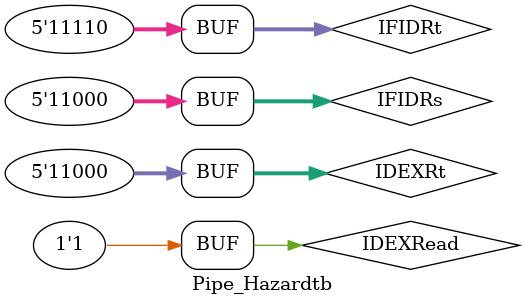
<source format=v>
module Pipe_Hazardtb;
 reg IDEXRead;
 reg[4:0] IDEXRt,IFIDRs,IFIDRt;
 wire Stall;
Pipe_Hazard hazard(IDEXRead,IDEXRt,IFIDRs,IFIDRt,Stall);
initial begin
  IDEXRead=1;
  IDEXRt=5'b11000;
  IFIDRs=5'b10001; IFIDRt=5'b11110;
  #10  IFIDRs=5'b11000; IFIDRt=5'b11110;
 end
endmodule
</source>
